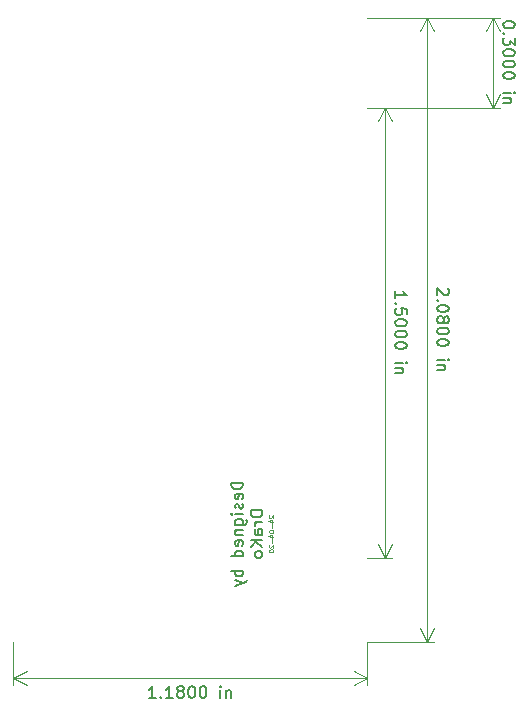
<source format=gbo>
G04 #@! TF.GenerationSoftware,KiCad,Pcbnew,(5.1.5)-3*
G04 #@! TF.CreationDate,2020-04-25T12:46:17+05:30*
G04 #@! TF.ProjectId,bread power supply schematic,62726561-6420-4706-9f77-657220737570,rev?*
G04 #@! TF.SameCoordinates,Original*
G04 #@! TF.FileFunction,Legend,Bot*
G04 #@! TF.FilePolarity,Positive*
%FSLAX46Y46*%
G04 Gerber Fmt 4.6, Leading zero omitted, Abs format (unit mm)*
G04 Created by KiCad (PCBNEW (5.1.5)-3) date 2020-04-25 12:46:17*
%MOMM*%
%LPD*%
G04 APERTURE LIST*
%ADD10C,0.150000*%
%ADD11C,0.120000*%
%ADD12C,0.100000*%
G04 APERTURE END LIST*
D10*
X128389428Y-176474380D02*
X127818000Y-176474380D01*
X128103714Y-176474380D02*
X128103714Y-175474380D01*
X128008476Y-175617238D01*
X127913238Y-175712476D01*
X127818000Y-175760095D01*
X128818000Y-176379142D02*
X128865619Y-176426761D01*
X128818000Y-176474380D01*
X128770380Y-176426761D01*
X128818000Y-176379142D01*
X128818000Y-176474380D01*
X129818000Y-176474380D02*
X129246571Y-176474380D01*
X129532285Y-176474380D02*
X129532285Y-175474380D01*
X129437047Y-175617238D01*
X129341809Y-175712476D01*
X129246571Y-175760095D01*
X130389428Y-175902952D02*
X130294190Y-175855333D01*
X130246571Y-175807714D01*
X130198952Y-175712476D01*
X130198952Y-175664857D01*
X130246571Y-175569619D01*
X130294190Y-175522000D01*
X130389428Y-175474380D01*
X130579904Y-175474380D01*
X130675142Y-175522000D01*
X130722761Y-175569619D01*
X130770380Y-175664857D01*
X130770380Y-175712476D01*
X130722761Y-175807714D01*
X130675142Y-175855333D01*
X130579904Y-175902952D01*
X130389428Y-175902952D01*
X130294190Y-175950571D01*
X130246571Y-175998190D01*
X130198952Y-176093428D01*
X130198952Y-176283904D01*
X130246571Y-176379142D01*
X130294190Y-176426761D01*
X130389428Y-176474380D01*
X130579904Y-176474380D01*
X130675142Y-176426761D01*
X130722761Y-176379142D01*
X130770380Y-176283904D01*
X130770380Y-176093428D01*
X130722761Y-175998190D01*
X130675142Y-175950571D01*
X130579904Y-175902952D01*
X131389428Y-175474380D02*
X131484666Y-175474380D01*
X131579904Y-175522000D01*
X131627523Y-175569619D01*
X131675142Y-175664857D01*
X131722761Y-175855333D01*
X131722761Y-176093428D01*
X131675142Y-176283904D01*
X131627523Y-176379142D01*
X131579904Y-176426761D01*
X131484666Y-176474380D01*
X131389428Y-176474380D01*
X131294190Y-176426761D01*
X131246571Y-176379142D01*
X131198952Y-176283904D01*
X131151333Y-176093428D01*
X131151333Y-175855333D01*
X131198952Y-175664857D01*
X131246571Y-175569619D01*
X131294190Y-175522000D01*
X131389428Y-175474380D01*
X132341809Y-175474380D02*
X132437047Y-175474380D01*
X132532285Y-175522000D01*
X132579904Y-175569619D01*
X132627523Y-175664857D01*
X132675142Y-175855333D01*
X132675142Y-176093428D01*
X132627523Y-176283904D01*
X132579904Y-176379142D01*
X132532285Y-176426761D01*
X132437047Y-176474380D01*
X132341809Y-176474380D01*
X132246571Y-176426761D01*
X132198952Y-176379142D01*
X132151333Y-176283904D01*
X132103714Y-176093428D01*
X132103714Y-175855333D01*
X132151333Y-175664857D01*
X132198952Y-175569619D01*
X132246571Y-175522000D01*
X132341809Y-175474380D01*
X133865619Y-176474380D02*
X133865619Y-175807714D01*
X133865619Y-175474380D02*
X133818000Y-175522000D01*
X133865619Y-175569619D01*
X133913238Y-175522000D01*
X133865619Y-175474380D01*
X133865619Y-175569619D01*
X134341809Y-175807714D02*
X134341809Y-176474380D01*
X134341809Y-175902952D02*
X134389428Y-175855333D01*
X134484666Y-175807714D01*
X134627523Y-175807714D01*
X134722761Y-175855333D01*
X134770380Y-175950571D01*
X134770380Y-176474380D01*
D11*
X116332000Y-174752000D02*
X146304000Y-174752000D01*
X116332000Y-171704000D02*
X116332000Y-175338421D01*
X146304000Y-171704000D02*
X146304000Y-175338421D01*
X146304000Y-174752000D02*
X145177496Y-175338421D01*
X146304000Y-174752000D02*
X145177496Y-174165579D01*
X116332000Y-174752000D02*
X117458504Y-175338421D01*
X116332000Y-174752000D02*
X117458504Y-174165579D01*
D10*
X148645619Y-142613428D02*
X148645619Y-142042000D01*
X148645619Y-142327714D02*
X149645619Y-142327714D01*
X149502761Y-142232476D01*
X149407523Y-142137238D01*
X149359904Y-142042000D01*
X148740857Y-143042000D02*
X148693238Y-143089619D01*
X148645619Y-143042000D01*
X148693238Y-142994380D01*
X148740857Y-143042000D01*
X148645619Y-143042000D01*
X149645619Y-143994380D02*
X149645619Y-143518190D01*
X149169428Y-143470571D01*
X149217047Y-143518190D01*
X149264666Y-143613428D01*
X149264666Y-143851523D01*
X149217047Y-143946761D01*
X149169428Y-143994380D01*
X149074190Y-144042000D01*
X148836095Y-144042000D01*
X148740857Y-143994380D01*
X148693238Y-143946761D01*
X148645619Y-143851523D01*
X148645619Y-143613428D01*
X148693238Y-143518190D01*
X148740857Y-143470571D01*
X149645619Y-144661047D02*
X149645619Y-144756285D01*
X149598000Y-144851523D01*
X149550380Y-144899142D01*
X149455142Y-144946761D01*
X149264666Y-144994380D01*
X149026571Y-144994380D01*
X148836095Y-144946761D01*
X148740857Y-144899142D01*
X148693238Y-144851523D01*
X148645619Y-144756285D01*
X148645619Y-144661047D01*
X148693238Y-144565809D01*
X148740857Y-144518190D01*
X148836095Y-144470571D01*
X149026571Y-144422952D01*
X149264666Y-144422952D01*
X149455142Y-144470571D01*
X149550380Y-144518190D01*
X149598000Y-144565809D01*
X149645619Y-144661047D01*
X149645619Y-145613428D02*
X149645619Y-145708666D01*
X149598000Y-145803904D01*
X149550380Y-145851523D01*
X149455142Y-145899142D01*
X149264666Y-145946761D01*
X149026571Y-145946761D01*
X148836095Y-145899142D01*
X148740857Y-145851523D01*
X148693238Y-145803904D01*
X148645619Y-145708666D01*
X148645619Y-145613428D01*
X148693238Y-145518190D01*
X148740857Y-145470571D01*
X148836095Y-145422952D01*
X149026571Y-145375333D01*
X149264666Y-145375333D01*
X149455142Y-145422952D01*
X149550380Y-145470571D01*
X149598000Y-145518190D01*
X149645619Y-145613428D01*
X149645619Y-146565809D02*
X149645619Y-146661047D01*
X149598000Y-146756285D01*
X149550380Y-146803904D01*
X149455142Y-146851523D01*
X149264666Y-146899142D01*
X149026571Y-146899142D01*
X148836095Y-146851523D01*
X148740857Y-146803904D01*
X148693238Y-146756285D01*
X148645619Y-146661047D01*
X148645619Y-146565809D01*
X148693238Y-146470571D01*
X148740857Y-146422952D01*
X148836095Y-146375333D01*
X149026571Y-146327714D01*
X149264666Y-146327714D01*
X149455142Y-146375333D01*
X149550380Y-146422952D01*
X149598000Y-146470571D01*
X149645619Y-146565809D01*
X148645619Y-148089619D02*
X149312285Y-148089619D01*
X149645619Y-148089619D02*
X149598000Y-148042000D01*
X149550380Y-148089619D01*
X149598000Y-148137238D01*
X149645619Y-148089619D01*
X149550380Y-148089619D01*
X149312285Y-148565809D02*
X148645619Y-148565809D01*
X149217047Y-148565809D02*
X149264666Y-148613428D01*
X149312285Y-148708666D01*
X149312285Y-148851523D01*
X149264666Y-148946761D01*
X149169428Y-148994380D01*
X148645619Y-148994380D01*
D11*
X147828000Y-126492000D02*
X147828000Y-164592000D01*
X146304000Y-126492000D02*
X148414421Y-126492000D01*
X146304000Y-164592000D02*
X148414421Y-164592000D01*
X147828000Y-164592000D02*
X147241579Y-163465496D01*
X147828000Y-164592000D02*
X148414421Y-163465496D01*
X147828000Y-126492000D02*
X147241579Y-127618504D01*
X147828000Y-126492000D02*
X148414421Y-127618504D01*
D10*
X153106380Y-141788000D02*
X153154000Y-141835619D01*
X153201619Y-141930857D01*
X153201619Y-142168952D01*
X153154000Y-142264190D01*
X153106380Y-142311809D01*
X153011142Y-142359428D01*
X152915904Y-142359428D01*
X152773047Y-142311809D01*
X152201619Y-141740380D01*
X152201619Y-142359428D01*
X152296857Y-142788000D02*
X152249238Y-142835619D01*
X152201619Y-142788000D01*
X152249238Y-142740380D01*
X152296857Y-142788000D01*
X152201619Y-142788000D01*
X153201619Y-143454666D02*
X153201619Y-143549904D01*
X153154000Y-143645142D01*
X153106380Y-143692761D01*
X153011142Y-143740380D01*
X152820666Y-143788000D01*
X152582571Y-143788000D01*
X152392095Y-143740380D01*
X152296857Y-143692761D01*
X152249238Y-143645142D01*
X152201619Y-143549904D01*
X152201619Y-143454666D01*
X152249238Y-143359428D01*
X152296857Y-143311809D01*
X152392095Y-143264190D01*
X152582571Y-143216571D01*
X152820666Y-143216571D01*
X153011142Y-143264190D01*
X153106380Y-143311809D01*
X153154000Y-143359428D01*
X153201619Y-143454666D01*
X152773047Y-144359428D02*
X152820666Y-144264190D01*
X152868285Y-144216571D01*
X152963523Y-144168952D01*
X153011142Y-144168952D01*
X153106380Y-144216571D01*
X153154000Y-144264190D01*
X153201619Y-144359428D01*
X153201619Y-144549904D01*
X153154000Y-144645142D01*
X153106380Y-144692761D01*
X153011142Y-144740380D01*
X152963523Y-144740380D01*
X152868285Y-144692761D01*
X152820666Y-144645142D01*
X152773047Y-144549904D01*
X152773047Y-144359428D01*
X152725428Y-144264190D01*
X152677809Y-144216571D01*
X152582571Y-144168952D01*
X152392095Y-144168952D01*
X152296857Y-144216571D01*
X152249238Y-144264190D01*
X152201619Y-144359428D01*
X152201619Y-144549904D01*
X152249238Y-144645142D01*
X152296857Y-144692761D01*
X152392095Y-144740380D01*
X152582571Y-144740380D01*
X152677809Y-144692761D01*
X152725428Y-144645142D01*
X152773047Y-144549904D01*
X153201619Y-145359428D02*
X153201619Y-145454666D01*
X153154000Y-145549904D01*
X153106380Y-145597523D01*
X153011142Y-145645142D01*
X152820666Y-145692761D01*
X152582571Y-145692761D01*
X152392095Y-145645142D01*
X152296857Y-145597523D01*
X152249238Y-145549904D01*
X152201619Y-145454666D01*
X152201619Y-145359428D01*
X152249238Y-145264190D01*
X152296857Y-145216571D01*
X152392095Y-145168952D01*
X152582571Y-145121333D01*
X152820666Y-145121333D01*
X153011142Y-145168952D01*
X153106380Y-145216571D01*
X153154000Y-145264190D01*
X153201619Y-145359428D01*
X153201619Y-146311809D02*
X153201619Y-146407047D01*
X153154000Y-146502285D01*
X153106380Y-146549904D01*
X153011142Y-146597523D01*
X152820666Y-146645142D01*
X152582571Y-146645142D01*
X152392095Y-146597523D01*
X152296857Y-146549904D01*
X152249238Y-146502285D01*
X152201619Y-146407047D01*
X152201619Y-146311809D01*
X152249238Y-146216571D01*
X152296857Y-146168952D01*
X152392095Y-146121333D01*
X152582571Y-146073714D01*
X152820666Y-146073714D01*
X153011142Y-146121333D01*
X153106380Y-146168952D01*
X153154000Y-146216571D01*
X153201619Y-146311809D01*
X152201619Y-147835619D02*
X152868285Y-147835619D01*
X153201619Y-147835619D02*
X153154000Y-147788000D01*
X153106380Y-147835619D01*
X153154000Y-147883238D01*
X153201619Y-147835619D01*
X153106380Y-147835619D01*
X152868285Y-148311809D02*
X152201619Y-148311809D01*
X152773047Y-148311809D02*
X152820666Y-148359428D01*
X152868285Y-148454666D01*
X152868285Y-148597523D01*
X152820666Y-148692761D01*
X152725428Y-148740380D01*
X152201619Y-148740380D01*
D11*
X151384000Y-118872000D02*
X151384000Y-171704000D01*
X146304000Y-118872000D02*
X151970421Y-118872000D01*
X146304000Y-171704000D02*
X151970421Y-171704000D01*
X151384000Y-171704000D02*
X150797579Y-170577496D01*
X151384000Y-171704000D02*
X151970421Y-170577496D01*
X151384000Y-118872000D02*
X150797579Y-119998504D01*
X151384000Y-118872000D02*
X151970421Y-119998504D01*
D10*
X158789619Y-119420095D02*
X158789619Y-119515333D01*
X158742000Y-119610571D01*
X158694380Y-119658190D01*
X158599142Y-119705809D01*
X158408666Y-119753428D01*
X158170571Y-119753428D01*
X157980095Y-119705809D01*
X157884857Y-119658190D01*
X157837238Y-119610571D01*
X157789619Y-119515333D01*
X157789619Y-119420095D01*
X157837238Y-119324857D01*
X157884857Y-119277238D01*
X157980095Y-119229619D01*
X158170571Y-119182000D01*
X158408666Y-119182000D01*
X158599142Y-119229619D01*
X158694380Y-119277238D01*
X158742000Y-119324857D01*
X158789619Y-119420095D01*
X157884857Y-120182000D02*
X157837238Y-120229619D01*
X157789619Y-120182000D01*
X157837238Y-120134380D01*
X157884857Y-120182000D01*
X157789619Y-120182000D01*
X158789619Y-120562952D02*
X158789619Y-121182000D01*
X158408666Y-120848666D01*
X158408666Y-120991523D01*
X158361047Y-121086761D01*
X158313428Y-121134380D01*
X158218190Y-121182000D01*
X157980095Y-121182000D01*
X157884857Y-121134380D01*
X157837238Y-121086761D01*
X157789619Y-120991523D01*
X157789619Y-120705809D01*
X157837238Y-120610571D01*
X157884857Y-120562952D01*
X158789619Y-121801047D02*
X158789619Y-121896285D01*
X158742000Y-121991523D01*
X158694380Y-122039142D01*
X158599142Y-122086761D01*
X158408666Y-122134380D01*
X158170571Y-122134380D01*
X157980095Y-122086761D01*
X157884857Y-122039142D01*
X157837238Y-121991523D01*
X157789619Y-121896285D01*
X157789619Y-121801047D01*
X157837238Y-121705809D01*
X157884857Y-121658190D01*
X157980095Y-121610571D01*
X158170571Y-121562952D01*
X158408666Y-121562952D01*
X158599142Y-121610571D01*
X158694380Y-121658190D01*
X158742000Y-121705809D01*
X158789619Y-121801047D01*
X158789619Y-122753428D02*
X158789619Y-122848666D01*
X158742000Y-122943904D01*
X158694380Y-122991523D01*
X158599142Y-123039142D01*
X158408666Y-123086761D01*
X158170571Y-123086761D01*
X157980095Y-123039142D01*
X157884857Y-122991523D01*
X157837238Y-122943904D01*
X157789619Y-122848666D01*
X157789619Y-122753428D01*
X157837238Y-122658190D01*
X157884857Y-122610571D01*
X157980095Y-122562952D01*
X158170571Y-122515333D01*
X158408666Y-122515333D01*
X158599142Y-122562952D01*
X158694380Y-122610571D01*
X158742000Y-122658190D01*
X158789619Y-122753428D01*
X158789619Y-123705809D02*
X158789619Y-123801047D01*
X158742000Y-123896285D01*
X158694380Y-123943904D01*
X158599142Y-123991523D01*
X158408666Y-124039142D01*
X158170571Y-124039142D01*
X157980095Y-123991523D01*
X157884857Y-123943904D01*
X157837238Y-123896285D01*
X157789619Y-123801047D01*
X157789619Y-123705809D01*
X157837238Y-123610571D01*
X157884857Y-123562952D01*
X157980095Y-123515333D01*
X158170571Y-123467714D01*
X158408666Y-123467714D01*
X158599142Y-123515333D01*
X158694380Y-123562952D01*
X158742000Y-123610571D01*
X158789619Y-123705809D01*
X157789619Y-125229619D02*
X158456285Y-125229619D01*
X158789619Y-125229619D02*
X158742000Y-125182000D01*
X158694380Y-125229619D01*
X158742000Y-125277238D01*
X158789619Y-125229619D01*
X158694380Y-125229619D01*
X158456285Y-125705809D02*
X157789619Y-125705809D01*
X158361047Y-125705809D02*
X158408666Y-125753428D01*
X158456285Y-125848666D01*
X158456285Y-125991523D01*
X158408666Y-126086761D01*
X158313428Y-126134380D01*
X157789619Y-126134380D01*
D11*
X156972000Y-118872000D02*
X156972000Y-126492000D01*
X146304000Y-118872000D02*
X157558421Y-118872000D01*
X146304000Y-126492000D02*
X157558421Y-126492000D01*
X156972000Y-126492000D02*
X156385579Y-125365496D01*
X156972000Y-126492000D02*
X157558421Y-125365496D01*
X156972000Y-118872000D02*
X156385579Y-119998504D01*
X156972000Y-118872000D02*
X157558421Y-119998504D01*
D12*
X137995047Y-160998095D02*
X137976000Y-161017142D01*
X137956952Y-161055238D01*
X137956952Y-161150476D01*
X137976000Y-161188571D01*
X137995047Y-161207619D01*
X138033142Y-161226666D01*
X138071238Y-161226666D01*
X138128380Y-161207619D01*
X138356952Y-160979047D01*
X138356952Y-161226666D01*
X138090285Y-161569523D02*
X138356952Y-161569523D01*
X137937904Y-161474285D02*
X138223619Y-161379047D01*
X138223619Y-161626666D01*
X138204571Y-161779047D02*
X138204571Y-162083809D01*
X137956952Y-162350476D02*
X137956952Y-162388571D01*
X137976000Y-162426666D01*
X137995047Y-162445714D01*
X138033142Y-162464761D01*
X138109333Y-162483809D01*
X138204571Y-162483809D01*
X138280761Y-162464761D01*
X138318857Y-162445714D01*
X138337904Y-162426666D01*
X138356952Y-162388571D01*
X138356952Y-162350476D01*
X138337904Y-162312380D01*
X138318857Y-162293333D01*
X138280761Y-162274285D01*
X138204571Y-162255238D01*
X138109333Y-162255238D01*
X138033142Y-162274285D01*
X137995047Y-162293333D01*
X137976000Y-162312380D01*
X137956952Y-162350476D01*
X138090285Y-162826666D02*
X138356952Y-162826666D01*
X137937904Y-162731428D02*
X138223619Y-162636190D01*
X138223619Y-162883809D01*
X138204571Y-163036190D02*
X138204571Y-163340952D01*
X137995047Y-163512380D02*
X137976000Y-163531428D01*
X137956952Y-163569523D01*
X137956952Y-163664761D01*
X137976000Y-163702857D01*
X137995047Y-163721904D01*
X138033142Y-163740952D01*
X138071238Y-163740952D01*
X138128380Y-163721904D01*
X138356952Y-163493333D01*
X138356952Y-163740952D01*
X137956952Y-163988571D02*
X137956952Y-164026666D01*
X137976000Y-164064761D01*
X137995047Y-164083809D01*
X138033142Y-164102857D01*
X138109333Y-164121904D01*
X138204571Y-164121904D01*
X138280761Y-164102857D01*
X138318857Y-164083809D01*
X138337904Y-164064761D01*
X138356952Y-164026666D01*
X138356952Y-163988571D01*
X138337904Y-163950476D01*
X138318857Y-163931428D01*
X138280761Y-163912380D01*
X138204571Y-163893333D01*
X138109333Y-163893333D01*
X138033142Y-163912380D01*
X137995047Y-163931428D01*
X137976000Y-163950476D01*
X137956952Y-163988571D01*
D10*
X135771380Y-158226666D02*
X134771380Y-158226666D01*
X134771380Y-158464761D01*
X134819000Y-158607619D01*
X134914238Y-158702857D01*
X135009476Y-158750476D01*
X135199952Y-158798095D01*
X135342809Y-158798095D01*
X135533285Y-158750476D01*
X135628523Y-158702857D01*
X135723761Y-158607619D01*
X135771380Y-158464761D01*
X135771380Y-158226666D01*
X135723761Y-159607619D02*
X135771380Y-159512380D01*
X135771380Y-159321904D01*
X135723761Y-159226666D01*
X135628523Y-159179047D01*
X135247571Y-159179047D01*
X135152333Y-159226666D01*
X135104714Y-159321904D01*
X135104714Y-159512380D01*
X135152333Y-159607619D01*
X135247571Y-159655238D01*
X135342809Y-159655238D01*
X135438047Y-159179047D01*
X135723761Y-160036190D02*
X135771380Y-160131428D01*
X135771380Y-160321904D01*
X135723761Y-160417142D01*
X135628523Y-160464761D01*
X135580904Y-160464761D01*
X135485666Y-160417142D01*
X135438047Y-160321904D01*
X135438047Y-160179047D01*
X135390428Y-160083809D01*
X135295190Y-160036190D01*
X135247571Y-160036190D01*
X135152333Y-160083809D01*
X135104714Y-160179047D01*
X135104714Y-160321904D01*
X135152333Y-160417142D01*
X135771380Y-160893333D02*
X135104714Y-160893333D01*
X134771380Y-160893333D02*
X134819000Y-160845714D01*
X134866619Y-160893333D01*
X134819000Y-160940952D01*
X134771380Y-160893333D01*
X134866619Y-160893333D01*
X135104714Y-161798095D02*
X135914238Y-161798095D01*
X136009476Y-161750476D01*
X136057095Y-161702857D01*
X136104714Y-161607619D01*
X136104714Y-161464761D01*
X136057095Y-161369523D01*
X135723761Y-161798095D02*
X135771380Y-161702857D01*
X135771380Y-161512380D01*
X135723761Y-161417142D01*
X135676142Y-161369523D01*
X135580904Y-161321904D01*
X135295190Y-161321904D01*
X135199952Y-161369523D01*
X135152333Y-161417142D01*
X135104714Y-161512380D01*
X135104714Y-161702857D01*
X135152333Y-161798095D01*
X135104714Y-162274285D02*
X135771380Y-162274285D01*
X135199952Y-162274285D02*
X135152333Y-162321904D01*
X135104714Y-162417142D01*
X135104714Y-162560000D01*
X135152333Y-162655238D01*
X135247571Y-162702857D01*
X135771380Y-162702857D01*
X135723761Y-163560000D02*
X135771380Y-163464761D01*
X135771380Y-163274285D01*
X135723761Y-163179047D01*
X135628523Y-163131428D01*
X135247571Y-163131428D01*
X135152333Y-163179047D01*
X135104714Y-163274285D01*
X135104714Y-163464761D01*
X135152333Y-163560000D01*
X135247571Y-163607619D01*
X135342809Y-163607619D01*
X135438047Y-163131428D01*
X135771380Y-164464761D02*
X134771380Y-164464761D01*
X135723761Y-164464761D02*
X135771380Y-164369523D01*
X135771380Y-164179047D01*
X135723761Y-164083809D01*
X135676142Y-164036190D01*
X135580904Y-163988571D01*
X135295190Y-163988571D01*
X135199952Y-164036190D01*
X135152333Y-164083809D01*
X135104714Y-164179047D01*
X135104714Y-164369523D01*
X135152333Y-164464761D01*
X135771380Y-165702857D02*
X134771380Y-165702857D01*
X135152333Y-165702857D02*
X135104714Y-165798095D01*
X135104714Y-165988571D01*
X135152333Y-166083809D01*
X135199952Y-166131428D01*
X135295190Y-166179047D01*
X135580904Y-166179047D01*
X135676142Y-166131428D01*
X135723761Y-166083809D01*
X135771380Y-165988571D01*
X135771380Y-165798095D01*
X135723761Y-165702857D01*
X135104714Y-166512380D02*
X135771380Y-166750476D01*
X135104714Y-166988571D02*
X135771380Y-166750476D01*
X136009476Y-166655238D01*
X136057095Y-166607619D01*
X136104714Y-166512380D01*
X137421380Y-160583809D02*
X136421380Y-160583809D01*
X136421380Y-160821904D01*
X136469000Y-160964761D01*
X136564238Y-161060000D01*
X136659476Y-161107619D01*
X136849952Y-161155238D01*
X136992809Y-161155238D01*
X137183285Y-161107619D01*
X137278523Y-161060000D01*
X137373761Y-160964761D01*
X137421380Y-160821904D01*
X137421380Y-160583809D01*
X137421380Y-161583809D02*
X136754714Y-161583809D01*
X136945190Y-161583809D02*
X136849952Y-161631428D01*
X136802333Y-161679047D01*
X136754714Y-161774285D01*
X136754714Y-161869523D01*
X137421380Y-162631428D02*
X136897571Y-162631428D01*
X136802333Y-162583809D01*
X136754714Y-162488571D01*
X136754714Y-162298095D01*
X136802333Y-162202857D01*
X137373761Y-162631428D02*
X137421380Y-162536190D01*
X137421380Y-162298095D01*
X137373761Y-162202857D01*
X137278523Y-162155238D01*
X137183285Y-162155238D01*
X137088047Y-162202857D01*
X137040428Y-162298095D01*
X137040428Y-162536190D01*
X136992809Y-162631428D01*
X137421380Y-163107619D02*
X136421380Y-163107619D01*
X137421380Y-163679047D02*
X136849952Y-163250476D01*
X136421380Y-163679047D02*
X136992809Y-163107619D01*
X137421380Y-164250476D02*
X137373761Y-164155238D01*
X137326142Y-164107619D01*
X137230904Y-164060000D01*
X136945190Y-164060000D01*
X136849952Y-164107619D01*
X136802333Y-164155238D01*
X136754714Y-164250476D01*
X136754714Y-164393333D01*
X136802333Y-164488571D01*
X136849952Y-164536190D01*
X136945190Y-164583809D01*
X137230904Y-164583809D01*
X137326142Y-164536190D01*
X137373761Y-164488571D01*
X137421380Y-164393333D01*
X137421380Y-164250476D01*
M02*

</source>
